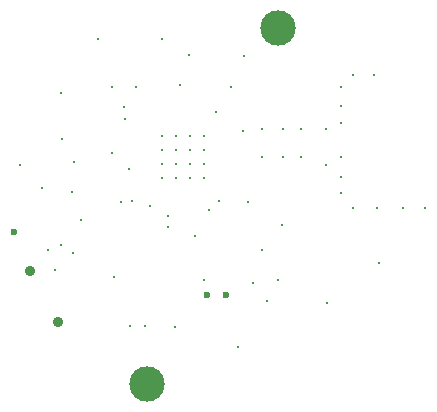
<source format=gbr>
G04 Generated by Ultiboard 13.0 *
%FSLAX34Y34*%
%MOMM*%

%ADD11C,0.3000*%
%ADD12C,3.0000*%
%ADD13C,0.9000*%
%ADD14C,0.6000*%


G04 ColorRGB 000000 for the following layer *
%LNDrill-Copper Top-Copper Bottom*%
%LPD*%
G54D11*
X327000Y533000D03*
X444750Y528500D03*
X372000Y576000D03*
X357000Y593000D03*
X372000Y585000D03*
X416000Y597250D03*
X407500Y590000D03*
X440000Y597000D03*
X265750Y609000D03*
X291000Y605000D03*
X247000Y628000D03*
X292941Y630800D03*
X339000Y624800D03*
X325000Y638000D03*
X336000Y667000D03*
X412900Y672850D03*
X325000Y694000D03*
X345000Y694000D03*
X383000Y696000D03*
X426000Y694000D03*
X390000Y721000D03*
X437000Y720000D03*
X313000Y735000D03*
X367000Y735000D03*
X529000Y592000D03*
X549000Y592000D03*
X571000Y592000D03*
X590000Y592000D03*
X519000Y618000D03*
X519000Y604000D03*
X519000Y664000D03*
X519000Y694000D03*
X519000Y678000D03*
X529000Y704000D03*
X547000Y704000D03*
X551000Y545000D03*
X283000Y650000D03*
X282000Y689000D03*
X506000Y659000D03*
X470000Y659000D03*
X436000Y657000D03*
X452000Y635000D03*
X470000Y635000D03*
X485000Y635000D03*
X519000Y635000D03*
X506000Y628000D03*
X485000Y659000D03*
X335000Y677000D03*
X469000Y577000D03*
X403000Y531000D03*
X340000Y492000D03*
X378000Y491000D03*
X353000Y492000D03*
X507000Y511000D03*
X432000Y474000D03*
X452000Y556000D03*
X395000Y568000D03*
X456000Y513000D03*
X277000Y539000D03*
X342000Y598000D03*
X332800Y597000D03*
X465900Y531000D03*
X271000Y556000D03*
X291950Y553900D03*
X282000Y560000D03*
X452000Y659000D03*
X299100Y581800D03*
X379000Y653000D03*
X391000Y653000D03*
X367000Y653000D03*
X403000Y653000D03*
X367000Y641000D03*
X379000Y641000D03*
X391000Y641000D03*
X403000Y641000D03*
X367000Y629000D03*
X379000Y629000D03*
X391000Y629000D03*
X403000Y629000D03*
X367000Y617000D03*
X379000Y617000D03*
X391000Y617000D03*
X403000Y617000D03*
G54D12*
X465700Y744500D03*
X354400Y442300D03*
G54D13*
X255200Y538700D03*
X279500Y495200D03*
G54D14*
X242000Y571000D03*
X405300Y518000D03*
X421700Y518000D03*

M02*

</source>
